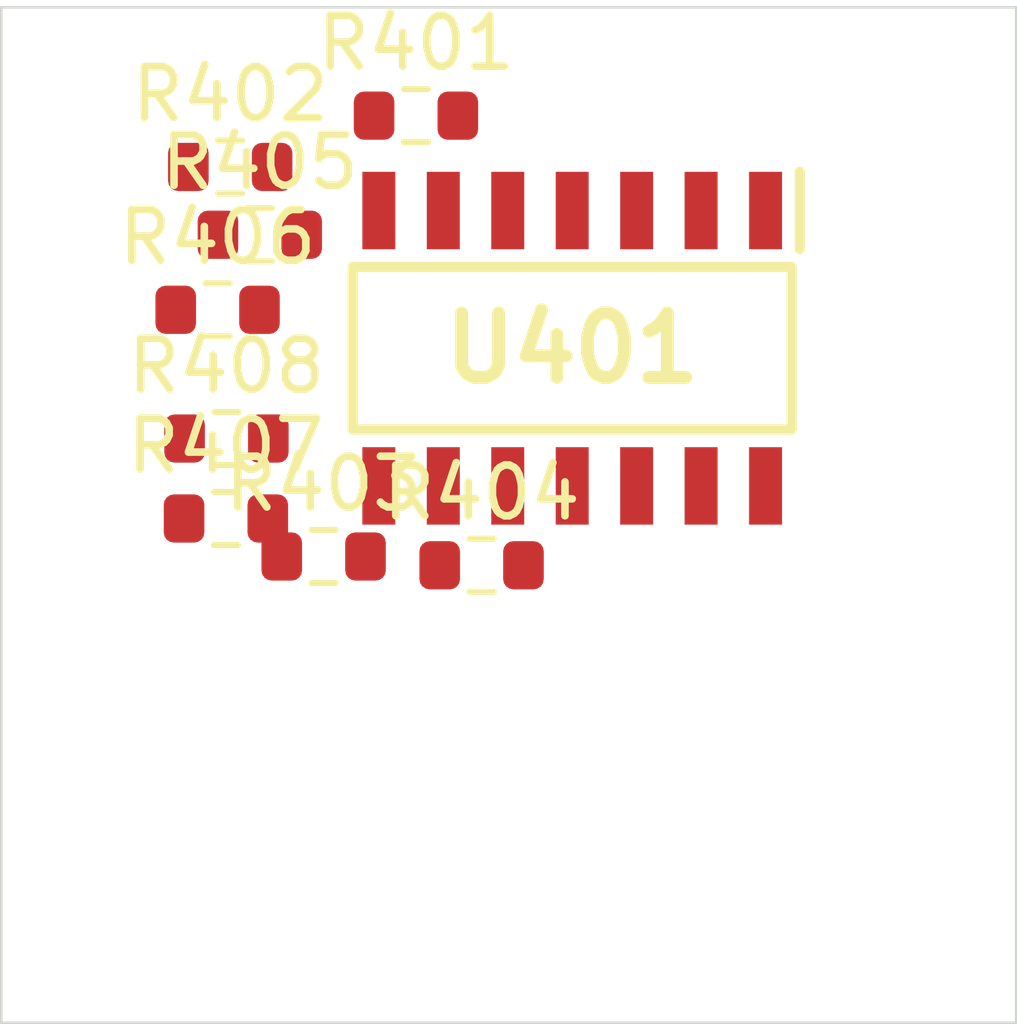
<source format=kicad_pcb>
 ( kicad_pcb  ( version 20171130 )
 ( host pcbnew 5.1.12-84ad8e8a86~92~ubuntu18.04.1 )
 ( general  ( thickness 1.6 )
 ( drawings 4 )
 ( tracks 0 )
 ( zones 0 )
 ( modules 9 )
 ( nets 14 )
)
 ( page A4 )
 ( layers  ( 0 F.Cu signal )
 ( 31 B.Cu signal )
 ( 32 B.Adhes user )
 ( 33 F.Adhes user )
 ( 34 B.Paste user )
 ( 35 F.Paste user )
 ( 36 B.SilkS user )
 ( 37 F.SilkS user )
 ( 38 B.Mask user )
 ( 39 F.Mask user )
 ( 40 Dwgs.User user )
 ( 41 Cmts.User user )
 ( 42 Eco1.User user )
 ( 43 Eco2.User user )
 ( 44 Edge.Cuts user )
 ( 45 Margin user )
 ( 46 B.CrtYd user )
 ( 47 F.CrtYd user )
 ( 48 B.Fab user )
 ( 49 F.Fab user )
)
 ( setup  ( last_trace_width 0.25 )
 ( trace_clearance 0.2 )
 ( zone_clearance 0.508 )
 ( zone_45_only no )
 ( trace_min 0.2 )
 ( via_size 0.8 )
 ( via_drill 0.4 )
 ( via_min_size 0.4 )
 ( via_min_drill 0.3 )
 ( uvia_size 0.3 )
 ( uvia_drill 0.1 )
 ( uvias_allowed no )
 ( uvia_min_size 0.2 )
 ( uvia_min_drill 0.1 )
 ( edge_width 0.05 )
 ( segment_width 0.2 )
 ( pcb_text_width 0.3 )
 ( pcb_text_size 1.5 1.5 )
 ( mod_edge_width 0.12 )
 ( mod_text_size 1 1 )
 ( mod_text_width 0.15 )
 ( pad_size 1.524 1.524 )
 ( pad_drill 0.762 )
 ( pad_to_mask_clearance 0 )
 ( aux_axis_origin 0 0 )
 ( visible_elements FFFFFF7F )
 ( pcbplotparams  ( layerselection 0x010fc_ffffffff )
 ( usegerberextensions false )
 ( usegerberattributes true )
 ( usegerberadvancedattributes true )
 ( creategerberjobfile true )
 ( excludeedgelayer true )
 ( linewidth 0.100000 )
 ( plotframeref false )
 ( viasonmask false )
 ( mode 1 )
 ( useauxorigin false )
 ( hpglpennumber 1 )
 ( hpglpenspeed 20 )
 ( hpglpendiameter 15.000000 )
 ( psnegative false )
 ( psa4output false )
 ( plotreference true )
 ( plotvalue true )
 ( plotinvisibletext false )
 ( padsonsilk false )
 ( subtractmaskfromsilk false )
 ( outputformat 1 )
 ( mirror false )
 ( drillshape 1 )
 ( scaleselection 1 )
 ( outputdirectory "" )
)
)
 ( net 0 "" )
 ( net 1 /Sheet6235D886/vp )
 ( net 2 /Sheet6248AD22/chn0 )
 ( net 3 /Sheet6248AD22/chn1 )
 ( net 4 /Sheet6248AD22/chn2 )
 ( net 5 /Sheet6248AD22/chn3 )
 ( net 6 "Net-(R401-Pad2)" )
 ( net 7 "Net-(R402-Pad2)" )
 ( net 8 "Net-(R403-Pad2)" )
 ( net 9 "Net-(R404-Pad2)" )
 ( net 10 /Sheet6248AD22/chn0_n )
 ( net 11 /Sheet6248AD22/chn1_n )
 ( net 12 /Sheet6248AD22/chn2_n )
 ( net 13 /Sheet6248AD22/chn3_n )
 ( net_class Default "This is the default net class."  ( clearance 0.2 )
 ( trace_width 0.25 )
 ( via_dia 0.8 )
 ( via_drill 0.4 )
 ( uvia_dia 0.3 )
 ( uvia_drill 0.1 )
 ( add_net /Sheet6235D886/vp )
 ( add_net /Sheet6248AD22/chn0 )
 ( add_net /Sheet6248AD22/chn0_n )
 ( add_net /Sheet6248AD22/chn1 )
 ( add_net /Sheet6248AD22/chn1_n )
 ( add_net /Sheet6248AD22/chn2 )
 ( add_net /Sheet6248AD22/chn2_n )
 ( add_net /Sheet6248AD22/chn3 )
 ( add_net /Sheet6248AD22/chn3_n )
 ( add_net "Net-(R401-Pad2)" )
 ( add_net "Net-(R402-Pad2)" )
 ( add_net "Net-(R403-Pad2)" )
 ( add_net "Net-(R404-Pad2)" )
)
 ( module Resistor_SMD:R_0603_1608Metric  ( layer F.Cu )
 ( tedit 5F68FEEE )
 ( tstamp 623425C8 )
 ( at 88.171900 102.134000 )
 ( descr "Resistor SMD 0603 (1608 Metric), square (rectangular) end terminal, IPC_7351 nominal, (Body size source: IPC-SM-782 page 72, https://www.pcb-3d.com/wordpress/wp-content/uploads/ipc-sm-782a_amendment_1_and_2.pdf), generated with kicad-footprint-generator" )
 ( tags resistor )
 ( path /6248AD23/6249ADFD )
 ( attr smd )
 ( fp_text reference R401  ( at 0 -1.43 )
 ( layer F.SilkS )
 ( effects  ( font  ( size 1 1 )
 ( thickness 0.15 )
)
)
)
 ( fp_text value 10M  ( at 0 1.43 )
 ( layer F.Fab )
 ( effects  ( font  ( size 1 1 )
 ( thickness 0.15 )
)
)
)
 ( fp_line  ( start -0.8 0.4125 )
 ( end -0.8 -0.4125 )
 ( layer F.Fab )
 ( width 0.1 )
)
 ( fp_line  ( start -0.8 -0.4125 )
 ( end 0.8 -0.4125 )
 ( layer F.Fab )
 ( width 0.1 )
)
 ( fp_line  ( start 0.8 -0.4125 )
 ( end 0.8 0.4125 )
 ( layer F.Fab )
 ( width 0.1 )
)
 ( fp_line  ( start 0.8 0.4125 )
 ( end -0.8 0.4125 )
 ( layer F.Fab )
 ( width 0.1 )
)
 ( fp_line  ( start -0.237258 -0.5225 )
 ( end 0.237258 -0.5225 )
 ( layer F.SilkS )
 ( width 0.12 )
)
 ( fp_line  ( start -0.237258 0.5225 )
 ( end 0.237258 0.5225 )
 ( layer F.SilkS )
 ( width 0.12 )
)
 ( fp_line  ( start -1.48 0.73 )
 ( end -1.48 -0.73 )
 ( layer F.CrtYd )
 ( width 0.05 )
)
 ( fp_line  ( start -1.48 -0.73 )
 ( end 1.48 -0.73 )
 ( layer F.CrtYd )
 ( width 0.05 )
)
 ( fp_line  ( start 1.48 -0.73 )
 ( end 1.48 0.73 )
 ( layer F.CrtYd )
 ( width 0.05 )
)
 ( fp_line  ( start 1.48 0.73 )
 ( end -1.48 0.73 )
 ( layer F.CrtYd )
 ( width 0.05 )
)
 ( fp_text user %R  ( at 0 0 )
 ( layer F.Fab )
 ( effects  ( font  ( size 0.4 0.4 )
 ( thickness 0.06 )
)
)
)
 ( pad 2 smd roundrect  ( at 0.825 0 )
 ( size 0.8 0.95 )
 ( layers F.Cu F.Mask F.Paste )
 ( roundrect_rratio 0.25 )
 ( net 6 "Net-(R401-Pad2)" )
)
 ( pad 1 smd roundrect  ( at -0.825 0 )
 ( size 0.8 0.95 )
 ( layers F.Cu F.Mask F.Paste )
 ( roundrect_rratio 0.25 )
 ( net 10 /Sheet6248AD22/chn0_n )
)
 ( model ${KISYS3DMOD}/Resistor_SMD.3dshapes/R_0603_1608Metric.wrl  ( at  ( xyz 0 0 0 )
)
 ( scale  ( xyz 1 1 1 )
)
 ( rotate  ( xyz 0 0 0 )
)
)
)
 ( module Resistor_SMD:R_0603_1608Metric  ( layer F.Cu )
 ( tedit 5F68FEEE )
 ( tstamp 623425D9 )
 ( at 84.511600 103.144000 )
 ( descr "Resistor SMD 0603 (1608 Metric), square (rectangular) end terminal, IPC_7351 nominal, (Body size source: IPC-SM-782 page 72, https://www.pcb-3d.com/wordpress/wp-content/uploads/ipc-sm-782a_amendment_1_and_2.pdf), generated with kicad-footprint-generator" )
 ( tags resistor )
 ( path /6248AD23/6249B75E )
 ( attr smd )
 ( fp_text reference R402  ( at 0 -1.43 )
 ( layer F.SilkS )
 ( effects  ( font  ( size 1 1 )
 ( thickness 0.15 )
)
)
)
 ( fp_text value 10M  ( at 0 1.43 )
 ( layer F.Fab )
 ( effects  ( font  ( size 1 1 )
 ( thickness 0.15 )
)
)
)
 ( fp_line  ( start 1.48 0.73 )
 ( end -1.48 0.73 )
 ( layer F.CrtYd )
 ( width 0.05 )
)
 ( fp_line  ( start 1.48 -0.73 )
 ( end 1.48 0.73 )
 ( layer F.CrtYd )
 ( width 0.05 )
)
 ( fp_line  ( start -1.48 -0.73 )
 ( end 1.48 -0.73 )
 ( layer F.CrtYd )
 ( width 0.05 )
)
 ( fp_line  ( start -1.48 0.73 )
 ( end -1.48 -0.73 )
 ( layer F.CrtYd )
 ( width 0.05 )
)
 ( fp_line  ( start -0.237258 0.5225 )
 ( end 0.237258 0.5225 )
 ( layer F.SilkS )
 ( width 0.12 )
)
 ( fp_line  ( start -0.237258 -0.5225 )
 ( end 0.237258 -0.5225 )
 ( layer F.SilkS )
 ( width 0.12 )
)
 ( fp_line  ( start 0.8 0.4125 )
 ( end -0.8 0.4125 )
 ( layer F.Fab )
 ( width 0.1 )
)
 ( fp_line  ( start 0.8 -0.4125 )
 ( end 0.8 0.4125 )
 ( layer F.Fab )
 ( width 0.1 )
)
 ( fp_line  ( start -0.8 -0.4125 )
 ( end 0.8 -0.4125 )
 ( layer F.Fab )
 ( width 0.1 )
)
 ( fp_line  ( start -0.8 0.4125 )
 ( end -0.8 -0.4125 )
 ( layer F.Fab )
 ( width 0.1 )
)
 ( fp_text user %R  ( at 0 0 )
 ( layer F.Fab )
 ( effects  ( font  ( size 0.4 0.4 )
 ( thickness 0.06 )
)
)
)
 ( pad 1 smd roundrect  ( at -0.825 0 )
 ( size 0.8 0.95 )
 ( layers F.Cu F.Mask F.Paste )
 ( roundrect_rratio 0.25 )
 ( net 11 /Sheet6248AD22/chn1_n )
)
 ( pad 2 smd roundrect  ( at 0.825 0 )
 ( size 0.8 0.95 )
 ( layers F.Cu F.Mask F.Paste )
 ( roundrect_rratio 0.25 )
 ( net 7 "Net-(R402-Pad2)" )
)
 ( model ${KISYS3DMOD}/Resistor_SMD.3dshapes/R_0603_1608Metric.wrl  ( at  ( xyz 0 0 0 )
)
 ( scale  ( xyz 1 1 1 )
)
 ( rotate  ( xyz 0 0 0 )
)
)
)
 ( module Resistor_SMD:R_0603_1608Metric  ( layer F.Cu )
 ( tedit 5F68FEEE )
 ( tstamp 623425EA )
 ( at 86.352300 110.816000 )
 ( descr "Resistor SMD 0603 (1608 Metric), square (rectangular) end terminal, IPC_7351 nominal, (Body size source: IPC-SM-782 page 72, https://www.pcb-3d.com/wordpress/wp-content/uploads/ipc-sm-782a_amendment_1_and_2.pdf), generated with kicad-footprint-generator" )
 ( tags resistor )
 ( path /6248AD23/6249FB7A )
 ( attr smd )
 ( fp_text reference R403  ( at 0 -1.43 )
 ( layer F.SilkS )
 ( effects  ( font  ( size 1 1 )
 ( thickness 0.15 )
)
)
)
 ( fp_text value 10M  ( at 0 1.43 )
 ( layer F.Fab )
 ( effects  ( font  ( size 1 1 )
 ( thickness 0.15 )
)
)
)
 ( fp_line  ( start 1.48 0.73 )
 ( end -1.48 0.73 )
 ( layer F.CrtYd )
 ( width 0.05 )
)
 ( fp_line  ( start 1.48 -0.73 )
 ( end 1.48 0.73 )
 ( layer F.CrtYd )
 ( width 0.05 )
)
 ( fp_line  ( start -1.48 -0.73 )
 ( end 1.48 -0.73 )
 ( layer F.CrtYd )
 ( width 0.05 )
)
 ( fp_line  ( start -1.48 0.73 )
 ( end -1.48 -0.73 )
 ( layer F.CrtYd )
 ( width 0.05 )
)
 ( fp_line  ( start -0.237258 0.5225 )
 ( end 0.237258 0.5225 )
 ( layer F.SilkS )
 ( width 0.12 )
)
 ( fp_line  ( start -0.237258 -0.5225 )
 ( end 0.237258 -0.5225 )
 ( layer F.SilkS )
 ( width 0.12 )
)
 ( fp_line  ( start 0.8 0.4125 )
 ( end -0.8 0.4125 )
 ( layer F.Fab )
 ( width 0.1 )
)
 ( fp_line  ( start 0.8 -0.4125 )
 ( end 0.8 0.4125 )
 ( layer F.Fab )
 ( width 0.1 )
)
 ( fp_line  ( start -0.8 -0.4125 )
 ( end 0.8 -0.4125 )
 ( layer F.Fab )
 ( width 0.1 )
)
 ( fp_line  ( start -0.8 0.4125 )
 ( end -0.8 -0.4125 )
 ( layer F.Fab )
 ( width 0.1 )
)
 ( fp_text user %R  ( at 0 0 )
 ( layer F.Fab )
 ( effects  ( font  ( size 0.4 0.4 )
 ( thickness 0.06 )
)
)
)
 ( pad 1 smd roundrect  ( at -0.825 0 )
 ( size 0.8 0.95 )
 ( layers F.Cu F.Mask F.Paste )
 ( roundrect_rratio 0.25 )
 ( net 12 /Sheet6248AD22/chn2_n )
)
 ( pad 2 smd roundrect  ( at 0.825 0 )
 ( size 0.8 0.95 )
 ( layers F.Cu F.Mask F.Paste )
 ( roundrect_rratio 0.25 )
 ( net 8 "Net-(R403-Pad2)" )
)
 ( model ${KISYS3DMOD}/Resistor_SMD.3dshapes/R_0603_1608Metric.wrl  ( at  ( xyz 0 0 0 )
)
 ( scale  ( xyz 1 1 1 )
)
 ( rotate  ( xyz 0 0 0 )
)
)
)
 ( module Resistor_SMD:R_0603_1608Metric  ( layer F.Cu )
 ( tedit 5F68FEEE )
 ( tstamp 623425FB )
 ( at 89.465100 110.989000 )
 ( descr "Resistor SMD 0603 (1608 Metric), square (rectangular) end terminal, IPC_7351 nominal, (Body size source: IPC-SM-782 page 72, https://www.pcb-3d.com/wordpress/wp-content/uploads/ipc-sm-782a_amendment_1_and_2.pdf), generated with kicad-footprint-generator" )
 ( tags resistor )
 ( path /6248AD23/6249FB74 )
 ( attr smd )
 ( fp_text reference R404  ( at 0 -1.43 )
 ( layer F.SilkS )
 ( effects  ( font  ( size 1 1 )
 ( thickness 0.15 )
)
)
)
 ( fp_text value 10M  ( at 0 1.43 )
 ( layer F.Fab )
 ( effects  ( font  ( size 1 1 )
 ( thickness 0.15 )
)
)
)
 ( fp_line  ( start -0.8 0.4125 )
 ( end -0.8 -0.4125 )
 ( layer F.Fab )
 ( width 0.1 )
)
 ( fp_line  ( start -0.8 -0.4125 )
 ( end 0.8 -0.4125 )
 ( layer F.Fab )
 ( width 0.1 )
)
 ( fp_line  ( start 0.8 -0.4125 )
 ( end 0.8 0.4125 )
 ( layer F.Fab )
 ( width 0.1 )
)
 ( fp_line  ( start 0.8 0.4125 )
 ( end -0.8 0.4125 )
 ( layer F.Fab )
 ( width 0.1 )
)
 ( fp_line  ( start -0.237258 -0.5225 )
 ( end 0.237258 -0.5225 )
 ( layer F.SilkS )
 ( width 0.12 )
)
 ( fp_line  ( start -0.237258 0.5225 )
 ( end 0.237258 0.5225 )
 ( layer F.SilkS )
 ( width 0.12 )
)
 ( fp_line  ( start -1.48 0.73 )
 ( end -1.48 -0.73 )
 ( layer F.CrtYd )
 ( width 0.05 )
)
 ( fp_line  ( start -1.48 -0.73 )
 ( end 1.48 -0.73 )
 ( layer F.CrtYd )
 ( width 0.05 )
)
 ( fp_line  ( start 1.48 -0.73 )
 ( end 1.48 0.73 )
 ( layer F.CrtYd )
 ( width 0.05 )
)
 ( fp_line  ( start 1.48 0.73 )
 ( end -1.48 0.73 )
 ( layer F.CrtYd )
 ( width 0.05 )
)
 ( fp_text user %R  ( at 0 0 )
 ( layer F.Fab )
 ( effects  ( font  ( size 0.4 0.4 )
 ( thickness 0.06 )
)
)
)
 ( pad 2 smd roundrect  ( at 0.825 0 )
 ( size 0.8 0.95 )
 ( layers F.Cu F.Mask F.Paste )
 ( roundrect_rratio 0.25 )
 ( net 9 "Net-(R404-Pad2)" )
)
 ( pad 1 smd roundrect  ( at -0.825 0 )
 ( size 0.8 0.95 )
 ( layers F.Cu F.Mask F.Paste )
 ( roundrect_rratio 0.25 )
 ( net 13 /Sheet6248AD22/chn3_n )
)
 ( model ${KISYS3DMOD}/Resistor_SMD.3dshapes/R_0603_1608Metric.wrl  ( at  ( xyz 0 0 0 )
)
 ( scale  ( xyz 1 1 1 )
)
 ( rotate  ( xyz 0 0 0 )
)
)
)
 ( module Resistor_SMD:R_0603_1608Metric  ( layer F.Cu )
 ( tedit 5F68FEEE )
 ( tstamp 6234260C )
 ( at 85.094900 104.479000 )
 ( descr "Resistor SMD 0603 (1608 Metric), square (rectangular) end terminal, IPC_7351 nominal, (Body size source: IPC-SM-782 page 72, https://www.pcb-3d.com/wordpress/wp-content/uploads/ipc-sm-782a_amendment_1_and_2.pdf), generated with kicad-footprint-generator" )
 ( tags resistor )
 ( path /6248AD23/62497F62 )
 ( attr smd )
 ( fp_text reference R405  ( at 0 -1.43 )
 ( layer F.SilkS )
 ( effects  ( font  ( size 1 1 )
 ( thickness 0.15 )
)
)
)
 ( fp_text value 750k  ( at 0 1.43 )
 ( layer F.Fab )
 ( effects  ( font  ( size 1 1 )
 ( thickness 0.15 )
)
)
)
 ( fp_line  ( start -0.8 0.4125 )
 ( end -0.8 -0.4125 )
 ( layer F.Fab )
 ( width 0.1 )
)
 ( fp_line  ( start -0.8 -0.4125 )
 ( end 0.8 -0.4125 )
 ( layer F.Fab )
 ( width 0.1 )
)
 ( fp_line  ( start 0.8 -0.4125 )
 ( end 0.8 0.4125 )
 ( layer F.Fab )
 ( width 0.1 )
)
 ( fp_line  ( start 0.8 0.4125 )
 ( end -0.8 0.4125 )
 ( layer F.Fab )
 ( width 0.1 )
)
 ( fp_line  ( start -0.237258 -0.5225 )
 ( end 0.237258 -0.5225 )
 ( layer F.SilkS )
 ( width 0.12 )
)
 ( fp_line  ( start -0.237258 0.5225 )
 ( end 0.237258 0.5225 )
 ( layer F.SilkS )
 ( width 0.12 )
)
 ( fp_line  ( start -1.48 0.73 )
 ( end -1.48 -0.73 )
 ( layer F.CrtYd )
 ( width 0.05 )
)
 ( fp_line  ( start -1.48 -0.73 )
 ( end 1.48 -0.73 )
 ( layer F.CrtYd )
 ( width 0.05 )
)
 ( fp_line  ( start 1.48 -0.73 )
 ( end 1.48 0.73 )
 ( layer F.CrtYd )
 ( width 0.05 )
)
 ( fp_line  ( start 1.48 0.73 )
 ( end -1.48 0.73 )
 ( layer F.CrtYd )
 ( width 0.05 )
)
 ( fp_text user %R  ( at 0 0 )
 ( layer F.Fab )
 ( effects  ( font  ( size 0.4 0.4 )
 ( thickness 0.06 )
)
)
)
 ( pad 2 smd roundrect  ( at 0.825 0 )
 ( size 0.8 0.95 )
 ( layers F.Cu F.Mask F.Paste )
 ( roundrect_rratio 0.25 )
 ( net 6 "Net-(R401-Pad2)" )
)
 ( pad 1 smd roundrect  ( at -0.825 0 )
 ( size 0.8 0.95 )
 ( layers F.Cu F.Mask F.Paste )
 ( roundrect_rratio 0.25 )
 ( net 1 /Sheet6235D886/vp )
)
 ( model ${KISYS3DMOD}/Resistor_SMD.3dshapes/R_0603_1608Metric.wrl  ( at  ( xyz 0 0 0 )
)
 ( scale  ( xyz 1 1 1 )
)
 ( rotate  ( xyz 0 0 0 )
)
)
)
 ( module Resistor_SMD:R_0603_1608Metric  ( layer F.Cu )
 ( tedit 5F68FEEE )
 ( tstamp 6234261D )
 ( at 84.263100 105.957000 )
 ( descr "Resistor SMD 0603 (1608 Metric), square (rectangular) end terminal, IPC_7351 nominal, (Body size source: IPC-SM-782 page 72, https://www.pcb-3d.com/wordpress/wp-content/uploads/ipc-sm-782a_amendment_1_and_2.pdf), generated with kicad-footprint-generator" )
 ( tags resistor )
 ( path /6248AD23/62499098 )
 ( attr smd )
 ( fp_text reference R406  ( at 0 -1.43 )
 ( layer F.SilkS )
 ( effects  ( font  ( size 1 1 )
 ( thickness 0.15 )
)
)
)
 ( fp_text value 750k  ( at 0 1.43 )
 ( layer F.Fab )
 ( effects  ( font  ( size 1 1 )
 ( thickness 0.15 )
)
)
)
 ( fp_line  ( start 1.48 0.73 )
 ( end -1.48 0.73 )
 ( layer F.CrtYd )
 ( width 0.05 )
)
 ( fp_line  ( start 1.48 -0.73 )
 ( end 1.48 0.73 )
 ( layer F.CrtYd )
 ( width 0.05 )
)
 ( fp_line  ( start -1.48 -0.73 )
 ( end 1.48 -0.73 )
 ( layer F.CrtYd )
 ( width 0.05 )
)
 ( fp_line  ( start -1.48 0.73 )
 ( end -1.48 -0.73 )
 ( layer F.CrtYd )
 ( width 0.05 )
)
 ( fp_line  ( start -0.237258 0.5225 )
 ( end 0.237258 0.5225 )
 ( layer F.SilkS )
 ( width 0.12 )
)
 ( fp_line  ( start -0.237258 -0.5225 )
 ( end 0.237258 -0.5225 )
 ( layer F.SilkS )
 ( width 0.12 )
)
 ( fp_line  ( start 0.8 0.4125 )
 ( end -0.8 0.4125 )
 ( layer F.Fab )
 ( width 0.1 )
)
 ( fp_line  ( start 0.8 -0.4125 )
 ( end 0.8 0.4125 )
 ( layer F.Fab )
 ( width 0.1 )
)
 ( fp_line  ( start -0.8 -0.4125 )
 ( end 0.8 -0.4125 )
 ( layer F.Fab )
 ( width 0.1 )
)
 ( fp_line  ( start -0.8 0.4125 )
 ( end -0.8 -0.4125 )
 ( layer F.Fab )
 ( width 0.1 )
)
 ( fp_text user %R  ( at 0 0 )
 ( layer F.Fab )
 ( effects  ( font  ( size 0.4 0.4 )
 ( thickness 0.06 )
)
)
)
 ( pad 1 smd roundrect  ( at -0.825 0 )
 ( size 0.8 0.95 )
 ( layers F.Cu F.Mask F.Paste )
 ( roundrect_rratio 0.25 )
 ( net 1 /Sheet6235D886/vp )
)
 ( pad 2 smd roundrect  ( at 0.825 0 )
 ( size 0.8 0.95 )
 ( layers F.Cu F.Mask F.Paste )
 ( roundrect_rratio 0.25 )
 ( net 7 "Net-(R402-Pad2)" )
)
 ( model ${KISYS3DMOD}/Resistor_SMD.3dshapes/R_0603_1608Metric.wrl  ( at  ( xyz 0 0 0 )
)
 ( scale  ( xyz 1 1 1 )
)
 ( rotate  ( xyz 0 0 0 )
)
)
)
 ( module Resistor_SMD:R_0603_1608Metric  ( layer F.Cu )
 ( tedit 5F68FEEE )
 ( tstamp 6234262E )
 ( at 84.426900 110.068000 )
 ( descr "Resistor SMD 0603 (1608 Metric), square (rectangular) end terminal, IPC_7351 nominal, (Body size source: IPC-SM-782 page 72, https://www.pcb-3d.com/wordpress/wp-content/uploads/ipc-sm-782a_amendment_1_and_2.pdf), generated with kicad-footprint-generator" )
 ( tags resistor )
 ( path /6248AD23/624A0FFB )
 ( attr smd )
 ( fp_text reference R407  ( at 0 -1.43 )
 ( layer F.SilkS )
 ( effects  ( font  ( size 1 1 )
 ( thickness 0.15 )
)
)
)
 ( fp_text value 1.5M  ( at 0 1.43 )
 ( layer F.Fab )
 ( effects  ( font  ( size 1 1 )
 ( thickness 0.15 )
)
)
)
 ( fp_line  ( start 1.48 0.73 )
 ( end -1.48 0.73 )
 ( layer F.CrtYd )
 ( width 0.05 )
)
 ( fp_line  ( start 1.48 -0.73 )
 ( end 1.48 0.73 )
 ( layer F.CrtYd )
 ( width 0.05 )
)
 ( fp_line  ( start -1.48 -0.73 )
 ( end 1.48 -0.73 )
 ( layer F.CrtYd )
 ( width 0.05 )
)
 ( fp_line  ( start -1.48 0.73 )
 ( end -1.48 -0.73 )
 ( layer F.CrtYd )
 ( width 0.05 )
)
 ( fp_line  ( start -0.237258 0.5225 )
 ( end 0.237258 0.5225 )
 ( layer F.SilkS )
 ( width 0.12 )
)
 ( fp_line  ( start -0.237258 -0.5225 )
 ( end 0.237258 -0.5225 )
 ( layer F.SilkS )
 ( width 0.12 )
)
 ( fp_line  ( start 0.8 0.4125 )
 ( end -0.8 0.4125 )
 ( layer F.Fab )
 ( width 0.1 )
)
 ( fp_line  ( start 0.8 -0.4125 )
 ( end 0.8 0.4125 )
 ( layer F.Fab )
 ( width 0.1 )
)
 ( fp_line  ( start -0.8 -0.4125 )
 ( end 0.8 -0.4125 )
 ( layer F.Fab )
 ( width 0.1 )
)
 ( fp_line  ( start -0.8 0.4125 )
 ( end -0.8 -0.4125 )
 ( layer F.Fab )
 ( width 0.1 )
)
 ( fp_text user %R  ( at 0 0 )
 ( layer F.Fab )
 ( effects  ( font  ( size 0.4 0.4 )
 ( thickness 0.06 )
)
)
)
 ( pad 1 smd roundrect  ( at -0.825 0 )
 ( size 0.8 0.95 )
 ( layers F.Cu F.Mask F.Paste )
 ( roundrect_rratio 0.25 )
 ( net 1 /Sheet6235D886/vp )
)
 ( pad 2 smd roundrect  ( at 0.825 0 )
 ( size 0.8 0.95 )
 ( layers F.Cu F.Mask F.Paste )
 ( roundrect_rratio 0.25 )
 ( net 8 "Net-(R403-Pad2)" )
)
 ( model ${KISYS3DMOD}/Resistor_SMD.3dshapes/R_0603_1608Metric.wrl  ( at  ( xyz 0 0 0 )
)
 ( scale  ( xyz 1 1 1 )
)
 ( rotate  ( xyz 0 0 0 )
)
)
)
 ( module Resistor_SMD:R_0603_1608Metric  ( layer F.Cu )
 ( tedit 5F68FEEE )
 ( tstamp 6234263F )
 ( at 84.437600 108.493000 )
 ( descr "Resistor SMD 0603 (1608 Metric), square (rectangular) end terminal, IPC_7351 nominal, (Body size source: IPC-SM-782 page 72, https://www.pcb-3d.com/wordpress/wp-content/uploads/ipc-sm-782a_amendment_1_and_2.pdf), generated with kicad-footprint-generator" )
 ( tags resistor )
 ( path /6248AD23/624A093C )
 ( attr smd )
 ( fp_text reference R408  ( at 0 -1.43 )
 ( layer F.SilkS )
 ( effects  ( font  ( size 1 1 )
 ( thickness 0.15 )
)
)
)
 ( fp_text value 1.5M  ( at 0 1.43 )
 ( layer F.Fab )
 ( effects  ( font  ( size 1 1 )
 ( thickness 0.15 )
)
)
)
 ( fp_line  ( start -0.8 0.4125 )
 ( end -0.8 -0.4125 )
 ( layer F.Fab )
 ( width 0.1 )
)
 ( fp_line  ( start -0.8 -0.4125 )
 ( end 0.8 -0.4125 )
 ( layer F.Fab )
 ( width 0.1 )
)
 ( fp_line  ( start 0.8 -0.4125 )
 ( end 0.8 0.4125 )
 ( layer F.Fab )
 ( width 0.1 )
)
 ( fp_line  ( start 0.8 0.4125 )
 ( end -0.8 0.4125 )
 ( layer F.Fab )
 ( width 0.1 )
)
 ( fp_line  ( start -0.237258 -0.5225 )
 ( end 0.237258 -0.5225 )
 ( layer F.SilkS )
 ( width 0.12 )
)
 ( fp_line  ( start -0.237258 0.5225 )
 ( end 0.237258 0.5225 )
 ( layer F.SilkS )
 ( width 0.12 )
)
 ( fp_line  ( start -1.48 0.73 )
 ( end -1.48 -0.73 )
 ( layer F.CrtYd )
 ( width 0.05 )
)
 ( fp_line  ( start -1.48 -0.73 )
 ( end 1.48 -0.73 )
 ( layer F.CrtYd )
 ( width 0.05 )
)
 ( fp_line  ( start 1.48 -0.73 )
 ( end 1.48 0.73 )
 ( layer F.CrtYd )
 ( width 0.05 )
)
 ( fp_line  ( start 1.48 0.73 )
 ( end -1.48 0.73 )
 ( layer F.CrtYd )
 ( width 0.05 )
)
 ( fp_text user %R  ( at 0 0 )
 ( layer F.Fab )
 ( effects  ( font  ( size 0.4 0.4 )
 ( thickness 0.06 )
)
)
)
 ( pad 2 smd roundrect  ( at 0.825 0 )
 ( size 0.8 0.95 )
 ( layers F.Cu F.Mask F.Paste )
 ( roundrect_rratio 0.25 )
 ( net 9 "Net-(R404-Pad2)" )
)
 ( pad 1 smd roundrect  ( at -0.825 0 )
 ( size 0.8 0.95 )
 ( layers F.Cu F.Mask F.Paste )
 ( roundrect_rratio 0.25 )
 ( net 1 /Sheet6235D886/vp )
)
 ( model ${KISYS3DMOD}/Resistor_SMD.3dshapes/R_0603_1608Metric.wrl  ( at  ( xyz 0 0 0 )
)
 ( scale  ( xyz 1 1 1 )
)
 ( rotate  ( xyz 0 0 0 )
)
)
)
 ( module TL074HIDR:SOIC127P600X175-14N locked  ( layer F.Cu )
 ( tedit 62336F37 )
 ( tstamp 62342709 )
 ( at 91.250400 106.714000 270.000000 )
 ( descr "D (-R-PDSO-G14)" )
 ( tags "Integrated Circuit" )
 ( path /6248AD23/624976B2 )
 ( attr smd )
 ( fp_text reference U401  ( at 0 0 )
 ( layer F.SilkS )
 ( effects  ( font  ( size 1.27 1.27 )
 ( thickness 0.254 )
)
)
)
 ( fp_text value TL074  ( at 0 0 )
 ( layer F.SilkS )
hide  ( effects  ( font  ( size 1.27 1.27 )
 ( thickness 0.254 )
)
)
)
 ( fp_line  ( start -3.725 -4.625 )
 ( end 3.725 -4.625 )
 ( layer Dwgs.User )
 ( width 0.05 )
)
 ( fp_line  ( start 3.725 -4.625 )
 ( end 3.725 4.625 )
 ( layer Dwgs.User )
 ( width 0.05 )
)
 ( fp_line  ( start 3.725 4.625 )
 ( end -3.725 4.625 )
 ( layer Dwgs.User )
 ( width 0.05 )
)
 ( fp_line  ( start -3.725 4.625 )
 ( end -3.725 -4.625 )
 ( layer Dwgs.User )
 ( width 0.05 )
)
 ( fp_line  ( start -1.95 -4.325 )
 ( end 1.95 -4.325 )
 ( layer Dwgs.User )
 ( width 0.1 )
)
 ( fp_line  ( start 1.95 -4.325 )
 ( end 1.95 4.325 )
 ( layer Dwgs.User )
 ( width 0.1 )
)
 ( fp_line  ( start 1.95 4.325 )
 ( end -1.95 4.325 )
 ( layer Dwgs.User )
 ( width 0.1 )
)
 ( fp_line  ( start -1.95 4.325 )
 ( end -1.95 -4.325 )
 ( layer Dwgs.User )
 ( width 0.1 )
)
 ( fp_line  ( start -1.95 -3.055 )
 ( end -0.68 -4.325 )
 ( layer Dwgs.User )
 ( width 0.1 )
)
 ( fp_line  ( start -1.6 -4.325 )
 ( end 1.6 -4.325 )
 ( layer F.SilkS )
 ( width 0.2 )
)
 ( fp_line  ( start 1.6 -4.325 )
 ( end 1.6 4.325 )
 ( layer F.SilkS )
 ( width 0.2 )
)
 ( fp_line  ( start 1.6 4.325 )
 ( end -1.6 4.325 )
 ( layer F.SilkS )
 ( width 0.2 )
)
 ( fp_line  ( start -1.6 4.325 )
 ( end -1.6 -4.325 )
 ( layer F.SilkS )
 ( width 0.2 )
)
 ( fp_line  ( start -3.475 -4.485 )
 ( end -1.95 -4.485 )
 ( layer F.SilkS )
 ( width 0.2 )
)
 ( pad 1 smd rect  ( at -2.712 -3.81 )
 ( size 0.65 1.525 )
 ( layers F.Cu F.Mask F.Paste )
 ( net 2 /Sheet6248AD22/chn0 )
)
 ( pad 2 smd rect  ( at -2.712 -2.54 )
 ( size 0.65 1.525 )
 ( layers F.Cu F.Mask F.Paste )
 ( net 2 /Sheet6248AD22/chn0 )
)
 ( pad 3 smd rect  ( at -2.712 -1.27 )
 ( size 0.65 1.525 )
 ( layers F.Cu F.Mask F.Paste )
 ( net 6 "Net-(R401-Pad2)" )
)
 ( pad 4 smd rect  ( at -2.712 0 )
 ( size 0.65 1.525 )
 ( layers F.Cu F.Mask F.Paste )
)
 ( pad 5 smd rect  ( at -2.712 1.27 )
 ( size 0.65 1.525 )
 ( layers F.Cu F.Mask F.Paste )
 ( net 7 "Net-(R402-Pad2)" )
)
 ( pad 6 smd rect  ( at -2.712 2.54 )
 ( size 0.65 1.525 )
 ( layers F.Cu F.Mask F.Paste )
 ( net 3 /Sheet6248AD22/chn1 )
)
 ( pad 7 smd rect  ( at -2.712 3.81 )
 ( size 0.65 1.525 )
 ( layers F.Cu F.Mask F.Paste )
 ( net 3 /Sheet6248AD22/chn1 )
)
 ( pad 8 smd rect  ( at 2.712 3.81 )
 ( size 0.65 1.525 )
 ( layers F.Cu F.Mask F.Paste )
 ( net 4 /Sheet6248AD22/chn2 )
)
 ( pad 9 smd rect  ( at 2.712 2.54 )
 ( size 0.65 1.525 )
 ( layers F.Cu F.Mask F.Paste )
 ( net 4 /Sheet6248AD22/chn2 )
)
 ( pad 10 smd rect  ( at 2.712 1.27 )
 ( size 0.65 1.525 )
 ( layers F.Cu F.Mask F.Paste )
 ( net 8 "Net-(R403-Pad2)" )
)
 ( pad 11 smd rect  ( at 2.712 0 )
 ( size 0.65 1.525 )
 ( layers F.Cu F.Mask F.Paste )
)
 ( pad 12 smd rect  ( at 2.712 -1.27 )
 ( size 0.65 1.525 )
 ( layers F.Cu F.Mask F.Paste )
 ( net 9 "Net-(R404-Pad2)" )
)
 ( pad 13 smd rect  ( at 2.712 -2.54 )
 ( size 0.65 1.525 )
 ( layers F.Cu F.Mask F.Paste )
 ( net 5 /Sheet6248AD22/chn3 )
)
 ( pad 14 smd rect  ( at 2.712 -3.81 )
 ( size 0.65 1.525 )
 ( layers F.Cu F.Mask F.Paste )
 ( net 5 /Sheet6248AD22/chn3 )
)
)
 ( gr_line  ( start 100 100 )
 ( end 100 120 )
 ( layer Edge.Cuts )
 ( width 0.05 )
 ( tstamp 62E76D2A )
)
 ( gr_line  ( start 80 120 )
 ( end 100 120 )
 ( layer Edge.Cuts )
 ( width 0.05 )
 ( tstamp 62E76D27 )
)
 ( gr_line  ( start 80 100 )
 ( end 80 120 )
 ( layer Edge.Cuts )
 ( width 0.05 )
 ( tstamp 6234110C )
)
 ( gr_line  ( start 80 100 )
 ( end 100 100 )
 ( layer Edge.Cuts )
 ( width 0.05 )
)
)

</source>
